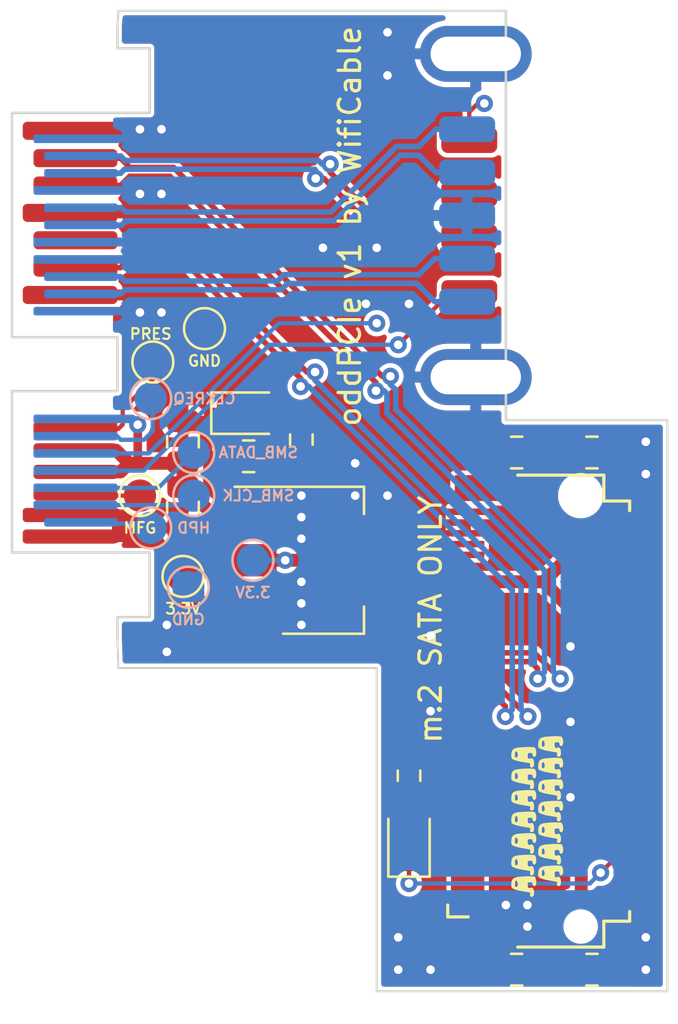
<source format=kicad_pcb>
(kicad_pcb (version 20211014) (generator pcbnew)
  (layers (0 "F.Cu" signal) (1 "In1.Cu" signal) (2 "In2.Cu" signal) (31 "B.Cu" signal) (34 "B.Paste" user) (35 "F.Paste" user) (36 "B.SilkS" user "B.Silkscreen") (37 "F.SilkS" user "F.Silkscreen") (38 "B.Mask" user) (39 "F.Mask" user) (44 "Edge.Cuts" user))
  (net 0 "")
  (net 1 "GND")
  (net 2 "Net-(D1-Pad2)")
  (net 3 "Net-(D2-Pad2)")
  (net 43 "/+3.3V")
  (net 44 "/+5V")
  (net 45 "/DAS")
  (net 46 "/A+")
  (net 47 "/A-")
  (net 48 "/B-")
  (net 49 "/B+")
  (net 50 "/REFCLK+")
  (net 51 "/REFCLK-")
  (net 52 "/PETX+")
  (net 53 "/PETX-")
  (net 54 "/PERX+")
  (net 55 "/PERX-")
  (net 56 "/WAKE#")
  (net 57 "/PERST#")
  (net 58 "/CLKREQ#")
  (net 59 "/SMB_DATA")
  (net 60 "/SMB_CLK")
  (net 61 "/HPD")
  (net 62 "/MFG")
  (net 63 "/PRES")
  (footprint "Capacitor_SMD:C_0805_2012Metric" (layer "F.Cu") (at 69.5 65.55 -90)
    (fp_text reference "C5" hide)
    (fp_text value "100nF")
    (pad "1" smd roundrect (at -0.95 0 270) (size 1 1.45) (layers "F.Cu" "F.Paste" "F.Mask") (net 44 "/+5V"))
    (pad "2" smd roundrect (at 0.95 0 270) (size 1 1.45) (layers "F.Cu" "F.Paste" "F.Mask") (net 1 "GND"))
  )
  (footprint "TestPoint:TestPoint_Pad_D1.5mm" (layer "F.Cu") (at 70.5 57.25)
    (fp_text reference "REF**" hide)
    (fp_text value "TestPoint_Pad_D1.5mm" hide)
    (pad "1" smd circle (at 0 0) (size 1.5 1.5) (layers "F.Cu" "F.Mask") (net 1 "GND"))
  )
  (footprint "Resistor_SMD:R_0603_1608Metric" (layer "F.Cu") (at 75 62.4 -90)
    (fp_text reference "R2" hide)
    (fp_text value "5K1")
    (pad "1" smd roundrect (at -0.825 0 270) (size 0.8 0.95) (layers "F.Cu" "F.Paste" "F.Mask") (net 3 "Net-(D2-Pad2)"))
    (pad "2" smd roundrect (at 0.825 0 270) (size 0.8 0.95) (layers "F.Cu" "F.Paste" "F.Mask") (net 43 "/+3.3V"))
  )
  (footprint "Diode_SMD:D_0805_2012Metric" (layer "F.Cu") (at 80 81 90)
    (fp_text reference "D1" hide)
    (fp_text value "LED")
    (pad "1" smd roundrect (at -0.9375 0 90) (size 0.975 1.4) (layers "F.Cu" "F.Paste" "F.Mask") (net 45 "/DAS"))
    (pad "2" smd roundrect (at 0.9375 0 90) (size 0.975 1.4) (layers "F.Cu" "F.Paste" "F.Mask") (net 2 "Net-(D1-Pad2)"))
  )
  (footprint "DellModuleBay:m-key" (layer "F.Cu") (at 88 75 90)
    (fp_text reference "J1")
    (fp_text value "Bus_M.2_Socket_M")
    (pad "" np_thru_hole circle (at -10 -0.025 90) (size 1.1 1.1) (drill 1.1) (layers *.Cu))
    (pad "" np_thru_hole circle (at 10 -0.025 90) (size 1.6 1.6) (drill 1.6) (layers *.Cu))
    (pad "1" smd rect (at -9.25 -5.275 90) (size 0.3 1.55) (layers "F.Cu" "F.Paste" "F.Mask") (net 1 "GND"))
    (pad "2" smd rect (at -9 2.275 90) (size 0.3 1.55) (layers "F.Cu" "F.Paste" "F.Mask") (net 43 "/+3.3V"))
    (pad "3" smd rect (at -8.75 -5.275 90) (size 0.3 1.55) (layers "F.Cu" "F.Paste" "F.Mask") (net 1 "GND"))
    (pad "4" smd rect (at -8.5 2.275 90) (size 0.3 1.55) (layers "F.Cu" "F.Paste" "F.Mask") (net 43 "/+3.3V"))
    (pad "5" smd rect (at -8.25 -5.275 90) (size 0.3 1.55) (layers "F.Cu" "F.Paste" "F.Mask"))
    (pad "6" smd rect (at -8 2.275 90) (size 0.3 1.55) (layers "F.Cu" "F.Paste" "F.Mask"))
    (pad "7" smd rect (at -7.75 -5.275 90) (size 0.3 1.55) (layers "F.Cu" "F.Paste" "F.Mask"))
    (pad "8" smd rect (at -7.5 2.275 90) (size 0.3 1.55) (layers "F.Cu" "F.Paste" "F.Mask"))
    (pad "9" smd rect (at -7.25 -5.275 90) (size 0.3 1.55) (layers "F.Cu" "F.Paste" "F.Mask") (net 1 "GND"))
    (pad "10" smd rect (at -7 2.275 90) (size 0.3 1.55) (layers "F.Cu" "F.Paste" "F.Mask") (net 45 "/DAS"))
    (pad "11" smd rect (at -6.75 -5.275 90) (size 0.3 1.55) (layers "F.Cu" "F.Paste" "F.Mask"))
    (pad "12" smd rect (at -6.5 2.275 90) (size 0.3 1.55) (layers "F.Cu" "F.Paste" "F.Mask") (net 43 "/+3.3V"))
    (pad "13" smd rect (at -6.25 -5.275 90) (size 0.3 1.55) (layers "F.Cu" "F.Paste" "F.Mask"))
    (pad "14" smd rect (at -6 2.275 90) (size 0.3 1.55) (layers "F.Cu" "F.Paste" "F.Mask") (net 43 "/+3.3V"))
    (pad "15" smd rect (at -5.75 -5.275 90) (size 0.3 1.55) (layers "F.Cu" "F.Paste" "F.Mask") (net 1 "GND"))
    (pad "16" smd rect (at -5.5 2.275 90) (size 0.3 1.55) (layers "F.Cu" "F.Paste" "F.Mask") (net 43 "/+3.3V"))
    (pad "17" smd rect (at -5.25 -5.275 90) (size 0.3 1.55) (layers "F.Cu" "F.Paste" "F.Mask"))
    (pad "18" smd rect (at -5 2.275 90) (size 0.3 1.55) (layers "F.Cu" "F.Paste" "F.Mask") (net 43 "/+3.3V"))
    (pad "19" smd rect (at -4.75 -5.275 90) (size 0.3 1.55) (layers "F.Cu" "F.Paste" "F.Mask"))
    (pad "20" smd rect (at -4.5 2.275 90) (size 0.3 1.55) (layers "F.Cu" "F.Paste" "F.Mask"))
    (pad "21" smd rect (at -4.25 -5.275 90) (size 0.3 1.55) (layers "F.Cu" "F.Paste" "F.Mask") (net 1 "GND"))
    (pad "22" smd rect (at -4 2.275 90) (size 0.3 1.55) (layers "F.Cu" "F.Paste" "F.Mask"))
    (pad "23" smd rect (at -3.75 -5.275 90) (size 0.3 1.55) (layers "F.Cu" "F.Paste" "F.Mask"))
    (pad "24" smd rect (at -3.5 2.275 90) (size 0.3 1.55) (layers "F.Cu" "F.Paste" "F.Mask"))
    (pad "25" smd rect (at -3.25 -5.275 90) (size 0.3 1.55) (layers "F.Cu" "F.Paste" "F.Mask"))
    (pad "26" smd rect (at -3 2.275 90) (size 0.3 1.55) (layers "F.Cu" "F.Paste" "F.Mask"))
    (pad "27" smd rect (at -2.75 -5.275 90) (size 0.3 1.55) (layers "F.Cu" "F.Paste" "F.Mask") (net 1 "GND"))
    (pad "28" smd rect (at -2.5 2.275 90) (size 0.3 1.55) (layers "F.Cu" "F.Paste" "F.Mask"))
    (pad "29" smd rect (at -2.25 -5.275 90) (size 0.3 1.55) (layers "F.Cu" "F.Paste" "F.Mask"))
    (pad "30" smd rect (at -2 2.275 90) (size 0.3 1.55) (layers "F.Cu" "F.Paste" "F.Mask"))
    (pad "31" smd rect (at -1.75 -5.275 90) (size 0.3 1.55) (layers "F.Cu" "F.Paste" "F.Mask"))
    (pad "32" smd rect (at -1.5 2.275 90) (size 0.3 1.55) (layers "F.Cu" "F.Paste" "F.Mask"))
    (pad "33" smd rect (at -1.25 -5.275 90) (size 0.3 1.55) (layers "F.Cu" "F.Paste" "F.Mask") (net 1 "GND"))
    (pad "34" smd rect (at -1 2.275 90) (size 0.3 1.55) (layers "F.Cu" "F.Paste" "F.Mask"))
    (pad "35" smd rect (at -0.75 -5.275 90) (size 0.3 1.55) (layers "F.Cu" "F.Paste" "F.Mask"))
    (pad "36" smd rect (at -0.5 2.275 90) (size 0.3 1.55) (layers "F.Cu" "F.Paste" "F.Mask"))
    (pad "37" smd rect (at -0.25 -5.275 90) (size 0.3 1.55) (layers "F.Cu" "F.Paste" "F.Mask"))
    (pad "38" smd rect (at 0 2.275 90) (size 0.3 1.55) (layers "F.Cu" "F.Paste" "F.Mask"))
    (pad "39" smd rect (at 0.25 -5.275 90) (size 0.3 1.55) (layers "F.Cu" "F.Paste" "F.Mask") (net 1 "GND"))
    (pad "40" smd rect (at 0.5 2.275 90) (size 0.3 1.55) (layers "F.Cu" "F.Paste" "F.Mask"))
    (pad "41" smd rect (at 0.75 -5.275 90) (size 0.3 1.55) (layers "F.Cu" "F.Paste" "F.Mask") (net 49 "/B+"))
    (pad "42" smd rect (at 1 2.275 90) (size 0.3 1.55) (layers "F.Cu" "F.Paste" "F.Mask"))
    (pad "43" smd rect (at 1.25 -5.275 90) (size 0.3 1.55) (layers "F.Cu" "F.Paste" "F.Mask") (net 48 "/B-"))
    (pad "44" smd rect (at 1.5 2.275 90) (size 0.3 1.55) (layers "F.Cu" "F.Paste" "F.Mask"))
    (pad "45" smd rect (at 1.75 -5.275 90) (size 0.3 1.55) (layers "F.Cu" "F.Paste" "F.Mask") (net 1 "GND"))
    (pad "46" smd rect (at 2 2.275 90) (size 0.3 1.55) (layers "F.Cu" "F.Paste" "F.Mask"))
    (pad "47" smd rect (at 2.25 -5.275 90) (size 0.3 1.55) (layers "F.Cu" "F.Paste" "F.Mask") (net 47 "/A-"))
    (pad "48" smd rect (at 2.5 2.275 90) (size 0.3 1.55) (layers "F.Cu" "F.Paste" "F.Mask"))
    (pad "49" smd rect (at 2.75 -5.275 90) (size 0.3 1.55) (layers "F.Cu" "F.Paste" "F.Mask") (net 46 "/A+"))
    (pad "50" smd rect (at 3 2.275 90) (size 0.3 1.55) (layers "F.Cu" "F.Paste" "F.Mask"))
    (pad "51" smd rect (at 3.25 -5.275 90) (size 0.3 1.55) (layers "F.Cu" "F.Paste" "F.Mask") (net 1 "GND"))
    (pad "52" smd rect (at 3.5 2.275 90) (size 0.3 1.55) (layers "F.Cu" "F.Paste" "F.Mask"))
    (pad "53" smd rect (at 3.75 -5.275 90) (size 0.3 1.55) (layers "F.Cu" "F.Paste" "F.Mask"))
    (pad "54" smd rect (at 4 2.275 90) (size 0.3 1.55) (layers "F.Cu" "F.Paste" "F.Mask"))
    (pad "55" smd rect (at 4.25 -5.275 90) (size 0.3 1.55) (layers "F.Cu" "F.Paste" "F.Mask"))
    (pad "56" smd rect (at 4.5 2.275 90) (size 0.3 1.55) (layers "F.Cu" "F.Paste" "F.Mask"))
    (pad "57" smd rect (at 4.75 -5.275 90) (size 0.3 1.55) (layers "F.Cu" "F.Paste" "F.Mask") (net 1 "GND"))
    (pad "58" smd rect (at 5 2.275 90) (size 0.3 1.55) (layers "F.Cu" "F.Paste" "F.Mask"))
    (pad "67" smd rect (at 7.25 -5.275 90) (size 0.3 1.55) (layers "F.Cu" "F.Paste" "F.Mask"))
    (pad "68" smd rect (at 7.5 2.275 90) (size 0.3 1.55) (layers "F.Cu" "F.Paste" "F.Mask"))
    (pad "69" smd rect (at 7.75 -5.275 90) (size 0.3 1.55) (layers "F.Cu" "F.Paste" "F.Mask"))
    (pad "70" smd rect (at 8 2.275 90) (size 0.3 1.55) (layers "F.Cu" "F.Paste" "F.Mask") (net 43 "/+3.3V"))
    (pad "71" smd rect (at 8.25 -5.275 90) (size 0.3 1.55) (layers "F.Cu" "F.Paste" "F.Mask") (net 1 "GND"))
    (pad "72" smd rect (at 8.5 2.275 90) (size 0.3 1.55) (layers "F.Cu" "F.Paste" "F.Mask") (net 43 "/+3.3V"))
    (pad "73" smd rect (at 8.75 -5.275 90) (size 0.3 1.55) (layers "F.Cu" "F.Paste" "F.Mask") (net 1 "GND"))
    (pad "74" smd rect (at 9 2.275 90) (size 0.3 1.55) (layers "F.Cu" "F.Paste" "F.Mask") (net 43 "/+3.3V"))
    (pad "75" smd rect (at 9.25 -5.275 90) (size 0.3 1.55) (layers "F.Cu" "F.Paste" "F.Mask") (net 1 "GND"))
    (pad "MP" smd rect (at 10.35 -4.5 90) (size 1.2 2.75) (layers "F.Cu" "F.Paste" "F.Mask"))
    (pad "MP" smd rect (at -10.35 -4.5 90) (size 1.2 2.75) (layers "F.Cu" "F.Paste" "F.Mask"))
  )
  (footprint "Capacitor_SMD:C_0805_2012Metric" (layer "F.Cu") (at 85 63)
    (fp_text reference "C2" hide)
    (fp_text value "100uF")
    (pad "1" smd roundrect (at -0.95 0) (size 1 1.45) (layers "F.Cu" "F.Paste" "F.Mask") (net 1 "GND"))
    (pad "2" smd roundrect (at 0.95 0) (size 1 1.45) (layers "F.Cu" "F.Paste" "F.Mask") (net 43 "/+3.3V"))
  )
  (footprint "Capacitor_SMD:C_0805_2012Metric" (layer "F.Cu") (at 72.55 63.175 180)
    (fp_text reference "C7" hide)
    (fp_text value "100nF")
    (pad "1" smd roundrect (at -0.95 0 180) (size 1 1.45) (layers "F.Cu" "F.Paste" "F.Mask") (net 43 "/+3.3V"))
    (pad "2" smd roundrect (at 0.95 0 180) (size 1 1.45) (layers "F.Cu" "F.Paste" "F.Mask") (net 1 "GND"))
  )
  (footprint "Capacitor_SMD:C_0805_2012Metric" (layer "F.Cu") (at 85 87)
    (fp_text reference "C1" hide)
    (fp_text value "100uF")
    (pad "1" smd roundrect (at -0.95 0) (size 1 1.45) (layers "F.Cu" "F.Paste" "F.Mask") (net 1 "GND"))
    (pad "2" smd roundrect (at 0.95 0) (size 1 1.45) (layers "F.Cu" "F.Paste" "F.Mask") (net 43 "/+3.3V"))
  )
  (footprint "Package_TO_SOT_SMD:SOT-223-3_TabPin2" (layer "F.Cu") (at 76 68)
    (fp_text reference "U1" hide)
    (fp_text value "AP1117-33")
    (pad "1" smd rect (at -3.15 -2.3) (size 2 1.5) (layers "F.Cu" "F.Paste" "F.Mask") (net 1 "GND"))
    (pad "2" smd rect (at -3.15 0) (size 2 1.5) (layers "F.Cu" "F.Paste" "F.Mask") (net 43 "/+3.3V"))
    (pad "2" smd rect (at 3.15 0) (size 2 3.8) (layers "F.Cu" "F.Paste" "F.Mask") (net 43 "/+3.3V"))
    (pad "3" smd rect (at -3.15 2.3) (size 2 1.5) (layers "F.Cu" "F.Paste" "F.Mask") (net 44 "/+5V"))
  )
  (footprint "DellModuleBay:susb3" (layer "F.Cu") (at 83.5 55.5 90)
    (fp_text reference "J3" hide)
    (fp_text value "USB3_A" hide)
    (fp_line (start 0 1) (end -6 1) (layer "Edge.Cuts") (width 0.12))
    (fp_line (start 13 1) (end 0 1) (layer "Edge.Cuts") (width 0.12))
    (pad "1" smd roundrect (at 7 -0.7 270) (size 1.2 2.6) (layers "F.Cu" "F.Paste" "F.Mask") (net 56 "/WAKE#"))
    (pad "2" smd roundrect (at 4.5 -0.7 90) (size 1.2 2.6) (layers "F.Cu" "F.Paste" "F.Mask") (net 50 "/REFCLK+"))
    (pad "3" smd roundrect (at 2.5 -0.7 90) (size 1.2 2.6) (layers "F.Cu" "F.Paste" "F.Mask") (net 51 "/REFCLK-"))
    (pad "4" smd roundrect (at -0.05 -0.7 90) (size 1.1 2.6) (layers "F.Cu" "F.Paste" "F.Mask") (net 57 "/PERST#"))
    (pad "5" smd roundrect (at -0.5 -0.8 90) (size 1.2 2.6) (layers "B.Cu" "B.Paste" "B.Mask") (net 55 "/PERX-"))
    (pad "6" smd roundrect (at 1.5 -0.8 90) (size 1.2 2.6) (layers "B.Cu" "B.Paste" "B.Mask") (net 54 "/PERX+"))
    (pad "7" smd roundrect (at 3.5 -0.8) (size 2.6 1.2) (layers "B.Cu" "B.Paste" "B.Mask") (net 1 "GND"))
    (pad "8" smd roundrect (at 5.5 -0.8 90) (size 1.2 2.6) (layers "B.Cu" "B.Paste" "B.Mask") (net 53 "/PETX-"))
    (pad "9" smd roundrect (at 7.5 -0.8 90) (size 1.2 2.6) (layers "B.Cu" "B.Paste" "B.Mask") (net 52 "/PETX+"))
    (pad "10" thru_hole oval (at 11 -0.4 90) (size 2.6 5.2) (drill oval 1.6 4.2) (layers *.Cu *.Mask) (net 1 "GND"))
    (pad "10" thru_hole oval (at -4 -0.4 90) (size 2.6 5.2) (drill oval 1.6 4.2) (layers *.Cu *.Mask) (net 1 "GND"))
  )
  (footprint "Capacitor_SMD:C_0805_2012Metric" (layer "F.Cu") (at 88.5 63 180)
    (fp_text reference "C3" hide)
    (fp_text value "100nF")
    (pad "1" smd roundrect (at -0.95 0 180) (size 1 1.45) (layers "F.Cu" "F.Paste" "F.Mask") (net 1 "GND"))
    (pad "2" smd roundrect (at 0.95 0 180) (size 1 1.45) (layers "F.Cu" "F.Paste" "F.Mask") (net 43 "/+3.3V"))
  )
  (footprint "Resistor_SMD:R_0603_1608Metric" (layer "F.Cu") (at 80 78 90)
    (fp_text reference "R1" hide)
    (fp_text value "5K1")
    (pad "1" smd roundrect (at -0.825 0 90) (size 0.8 0.95) (layers "F.Cu" "F.Paste" "F.Mask") (net 2 "Net-(D1-Pad2)"))
    (pad "2" smd roundrect (at 0.825 0 90) (size 0.8 0.95) (layers "F.Cu" "F.Paste" "F.Mask") (net 43 "/+3.3V"))
  )
  (footprint "Diode_SMD:D_0805_2012Metric" (layer "F.Cu") (at 72.5 61.175)
    (fp_text reference "D2" hide)
    (fp_text value "LED")
    (pad "1" smd roundrect (at -0.9375 0) (size 0.975 1.4) (layers "F.Cu" "F.Paste" "F.Mask") (net 1 "GND"))
    (pad "2" smd roundrect (at 0.9375 0) (size 0.975 1.4) (layers "F.Cu" "F.Paste" "F.Mask") (net 3 "Net-(D2-Pad2)"))
  )
  (footprint "TestPoint:TestPoint_Pad_D1.5mm" (layer "F.Cu") (at 69.5 68.75)
    (fp_text reference "REF**" hide)
    (fp_text value "TestPoint_Pad_D1.5mm" hide)
    (pad "1" smd circle (at 0 0) (size 1.5 1.5) (layers "F.Cu" "F.Mask") (net 43 "/+3.3V"))
  )
  (footprint "Capacitor_SMD:C_0805_2012Metric" (layer "F.Cu") (at 88.5 87 180)
    (fp_text reference "C6" hide)
    (fp_text value "100nF")
    (pad "1" smd roundrect (at -0.95 0 180) (size 1 1.45) (layers "F.Cu" "F.Paste" "F.Mask") (net 1 "GND"))
    (pad "2" smd roundrect (at 0.95 0 180) (size 1 1.45) (layers "F.Cu" "F.Paste" "F.Mask") (net 43 "/+3.3V"))
  )
  (footprint "Capacitor_SMD:C_0805_2012Metric" (layer "F.Cu") (at 69.5 62.5 90)
    (fp_text reference "C4" hide)
    (fp_text value "100nF")
    (pad "1" smd roundrect (at -0.95 0 90) (size 1 1.45) (layers "F.Cu" "F.Paste" "F.Mask") (net 44 "/+5V"))
    (pad "2" smd roundrect (at 0.95 0 90) (size 1 1.45) (layers "F.Cu" "F.Paste" "F.Mask") (net 1 "GND"))
  )
  (footprint "DellModuleBay:OddPCIe" (layer "F.Cu") (at 68.255 60.9 90)
    (fp_text reference "J2" hide)
    (fp_text value "OddPCIe")
    (fp_line (start 16.66 -0.3) (end 16.66 -1.8) (layer "Edge.Cuts") (width 0.12))
    (fp_line (start -6.74 -1.8) (end -6.74 -6.7) (layer "Edge.Cuts") (width 0.12))
    (fp_line (start 3.25 -6.7) (end 13.66 -6.7) (layer "Edge.Cuts") (width 0.12))
    (fp_line (start 17.7 -1.8) (end 16.66 -1.8) (layer "Edge.Cuts") (width 0.12))
    (fp_line (start -6.74 -1.8) (end -6.74 -0.3) (layer "Edge.Cuts") (width 0.12))
    (fp_line (start 3.25 -1.8) (end 3.25 -6.7) (layer "Edge.Cuts") (width 0.12))
    (fp_line (start 13.66 -6.7) (end 13.66 -1.8) (layer "Edge.Cuts") (width 0.12))
    (fp_line (start -9.74 -1.8) (end -10.8 -1.8) (layer "Edge.Cuts") (width 0.12))
    (fp_line (start 13.66 -1.8) (end 13.66 -0.3) (layer "Edge.Cuts") (width 0.12))
    (fp_line (start 0.75 -6.7) (end 0.75 -1.8) (layer "Edge.Cuts") (width 0.12))
    (fp_line (start 0.75 -6.7) (end -6.74 -6.7) (layer "Edge.Cuts") (width 0.12))
    (fp_line (start 3.25 -1.8) (end 0.75 -1.8) (layer "Edge.Cuts") (width 0.12))
    (fp_line (start -6.74 -0.3) (end -9.74 -0.3) (layer "Edge.Cuts") (width 0.12))
    (fp_line (start 13.66 -0.3) (end 16.66 -0.3) (layer "Edge.Cuts") (width 0.12))
    (fp_line (start -9.74 -0.3) (end -9.74 -1.8) (layer "Edge.Cuts") (width 0.12))
    (pad "#1" smd roundrect (at 12.46 -3.75 180) (size 3.9 0.4) (layers "B.Cu" "B.Paste" "B.Mask") (net 1 "GND"))
    (pad "#2" smd roundrect (at 11.66 -3.5 180) (size 3.4 0.4) (layers "B.Cu" "B.Paste" "B.Mask") (net 50 "/REFCLK+"))
    (pad "#3" smd roundrect (at 10.86 -3.5 180) (size 3.4 0.4) (layers "B.Cu" "B.Paste" "B.Mask") (net 51 "/REFCLK-"))
    (pad "#4" smd roundrect (at 10.06 -3.75 180) (size 3.9 0.4) (layers "B.Cu" "B.Paste" "B.Mask") (net 1 "GND"))
    (pad "#5" smd roundrect (at 9.26 -3.5 180) (size 3.4 0.4) (layers "B.Cu" "B.Paste" "B.Mask") (net 52 "/PETX+"))
    (pad "#6" smd roundrect (at 8.46 -3.5 180) (size 3.4 0.4) (layers "B.Cu" "B.Paste" "B.Mask") (net 53 "/PETX-"))
    (pad "#7" smd roundrect (at 7.66 -3.75 180) (size 3.9 0.4) (layers "B.Cu" "B.Paste" "B.Mask") (net 1 "GND"))
    (pad "#8" smd roundrect (at 6.86 -3.75 180) (size 3.9 0.4) (layers "B.Cu" "B.Paste" "B.Mask") (net 1 "GND"))
    (pad "#9" smd roundrect (at 6.06 -3.5 180) (size 3.4 0.4) (layers "B.Cu" "B.Paste" "B.Mask") (net 54 "/PERX+"))
    (pad "#10" smd roundrect (at 5.26 -3.5 180) (size 3.4 0.4) (layers "B.Cu" "B.Paste" "B.Mask") (net 55 "/PERX-"))
    (pad "#11" smd roundrect (at 4.46 -3.75 180) (size 3.9 0.4) (layers "B.Cu" "B.Paste" "B.Mask") (net 1 "GND"))
    (pad "#12" smd roundrect (at -0.54 -3.75 180) (size 3.9 0.4) (layers "B.Cu" "B.Paste" "B.Mask") (net 44 "/+5V"))
    (pad "#13" smd roundrect (at -1.34 -3.75 180) (size 3.9 0.4) (layers "B.Cu" "B.Paste" "B.Mask") (net 58 "/CLKREQ#"))
    (pad "#14" smd roundrect (at -2.14 -3.75 180) (size 3.9 0.4) (layers "B.Cu" "B.Paste" "B.Mask") (net 56 "/WAKE#"))
    (pad "#15" smd roundrect (at -2.94 -3.75 180) (size 3.9 0.4) (layers "B.Cu" "B.Paste" "B.Mask") (net 57 "/PERST#"))
    (pad "#16" smd roundrect (at -3.74 -3.75 180) (size 3.9 0.4) (layers "B.Cu" "B.Paste" "B.Mask") (net 59 "/SMB_DATA"))
    (pad "#17" smd roundrect (at -4.54 -3.75 180) (size 3.9 0.4) (layers "B.Cu" "B.Paste" "B.Mask") (net 60 "/SMB_CLK"))
    (pad "#18" smd roundrect (at -5.34 -3.5 180) (size 3.4 0.4) (layers "B.Cu" "B.Paste" "B.Mask") (net 61 "/HPD"))
    (pad "P1" smd roundrect (at -1 -3.75) (size 3.9 0.66) (layers "F.Cu" "F.Paste" "F.Mask") (net 63 "/PRES"))
    (pad "P2" smd roundrect (at -2 -3.75) (size 3.9 0.66) (layers "F.Cu" "F.Paste" "F.Mask") (net 44 "/+5V"))
    (pad "P3" smd roundrect (at -3 -3.75) (size 3.9 0.66) (layers "F.Cu" "F.Paste" "F.Mask") (net 44 "/+5V"))
    (pad "P4" smd roundrect (at -4 -3.75) (size 3.9 0.66) (layers "F.Cu" "F.Paste" "F.Mask") (net 62 "/MFG"))
    (pad "P5" smd roundrect (at -5 -4) (size 4.4 0.66) (layers "F.Cu" "F.Paste" "F.Mask") (net 1 "GND"))
    (pad "P6" smd roundrect (at -6 -4) (size 4.4 0.66) (layers "F.Cu" "F.Paste" "F.Mask") (net 1 "GND"))
    (pad "S1" smd roundrect (at 12.83 -4 180) (size 4.4 0.84) (layers "F.Cu" "F.Paste" "F.Mask") (net 1 "GND"))
    (pad "S2" smd roundrect (at 11.56 -3.75 180) (size 3.9 0.84) (layers "F.Cu" "F.Paste" "F.Mask") (net 46 "/A+"))
    (pad "S3" smd roundrect (at 10.29 -3.75 180) (size 3.9 0.84) (layers "F.Cu" "F.Paste" "F.Mask") (net 47 "/A-"))
    (pad "S4" smd roundrect (at 9.02 -4 180) (size 4.4 0.84) (layers "F.Cu" "F.Paste" "F.Mask") (net 1 "GND"))
    (pad "S5" smd roundrect (at 7.75 -3.75 180) (size 3.9 0.84) (layers "F.Cu" "F.Paste" "F.Mask") (net 48 "/B-"))
    (pad "S6" smd roundrect (at 6.48 -3.75 180) (size 3.9 0.84) (layers "F.Cu" "F.Paste" "F.Mask") (net 49 "/B+"))
    (pad "S7" smd roundrect (at 5.21 -4 180) (size 4.4 0.84) (layers "F.Cu" "F.Paste" "F.Mask") (net 1 "GND"))
  )
  (footprint "TestPoint:TestPoint_Pad_D1.5mm" (layer "F.Cu") (at 67.5 65)
    (fp_text reference "TP2" hide)
    (fp_text value "MFG")
    (pad "1" smd circle (at 0 0) (size 1.5 1.5) (layers "F.Cu" "F.Mask") (net 62 "/MFG"))
  )
  (footprint "TestPoint:TestPoint_Pad_D1.5mm" (layer "F.Cu") (at 68.1 58.8)
    (fp_text reference "TP1" hide)
    (fp_text value "PRES")
    (pad "1" smd circle (at 0 0) (size 1.5 1.5) (layers "F.Cu" "F.Mask") (net 63 "/PRES"))
  )
  (footprint "DellModuleBay:amogus" (layer "B.Cu") (at 85.25 82 -90)
    (fp_text reference "G***" hide)
    (fp_text value "LOGO" hide)
  )
  (footprint "TestPoint:TestPoint_Pad_D1.5mm" (layer "B.Cu") (at 68 66.5 180)
    (fp_text reference "TP3" hide)
    (fp_text value "HPD")
    (pad "1" smd circle (at 0 0 180) (size 1.5 1.5) (layers "B.Cu" "B.Mask") (net 61 "/HPD"))
  )
  (footprint "DellModuleBay:amogus" (layer "B.Cu") (at 85.25 81 -90)
    (fp_text reference "G***" hide)
    (fp_text value "LOGO" hide)
  )
  (footprint "DellModuleBay:amogus" (layer "B.Cu") (at 86.5 81.5 -90)
    (fp_text reference "G***" hide)
    (fp_text value "LOGO" hide)
  )
  (footprint "TestPoint:TestPoint_Pad_D1.5mm" (layer "B.Cu") (at 68 60.5 180)
    (fp_text reference "TP6" hide)
    (fp_text value "CLKREQ#")
    (pad "1" smd circle (at 0 0 180) (size 1.5 1.5) (layers "B.Cu" "B.Mask") (net 58 "/CLKREQ#"))
  )
  (footprint "TestPoint:TestPoint_Pad_D1.5mm" (layer "B.Cu") (at 70 63 180)
    (fp_text reference "TP5" hide)
    (fp_text value "SMB_DATA")
    (pad "1" smd circle (at 0 0 180) (size 1.5 1.5) (layers "B.Cu" "B.Mask") (net 59 "/SMB_DATA"))
  )
  (footprint "DellModuleBay:amogus" (layer "B.Cu") (at 86.5 78.5 -90)
    (fp_text reference "G***" hide)
    (fp_text value "LOGO" hide)
  )
  (footprint "DellModuleBay:amogus" (layer "B.Cu") (at 86.5 77.5 -90)
    (fp_text reference "G***" hide)
    (fp_text value "LOGO" hide)
  )
  (footprint "DellModuleBay:amogus" (layer "B.Cu") (at 85.25 80 -90)
    (fp_text reference "G***" hide)
    (fp_text value "LOGO" hide)
  )
  (footprint "TestPoint:TestPoint_Pad_D1.5mm" (layer "B.Cu") (at 72.75 68 180)
    (fp_text reference "REF**" hide)
    (fp_text value "TestPoint_Pad_D1.5mm" hide)
    (pad "1" smd circle (at 0 0 180) (size 1.5 1.5) (layers "B.Cu" "B.Mask") (net 43 "/+3.3V"))
  )
  (footprint "DellModuleBay:amogus" (layer "B.Cu") (at 86.5 76.5 -90)
    (fp_text reference "G***" hide)
    (fp_text value "LOGO" hide)
  )
  (footprint "DellModuleBay:amogus" (layer "B.Cu") (at 86.5 80.5 -90)
    (fp_text reference "G***" hide)
    (fp_text value "LOGO" hide)
  )
  (footprint "TestPoint:TestPoint_Pad_D1.5mm" (layer "B.Cu") (at 70 65 180)
    (fp_text reference "TP4" hide)
    (fp_text value "SMB_CLK")
    (pad "1" smd circle (at 0 0 180) (size 1.5 1.5) (layers "B.Cu" "B.Mask") (net 60 "/SMB_CLK"))
  )
  (footprint "DellModuleBay:amogus" (layer "B.Cu") (at 85.25 83 -90)
    (fp_text reference "G***" hide)
    (fp_text value "LOGO" hide)
  )
  (footprint "DellModuleBay:amogus" (layer "B.Cu") (at 85.25 77 -90)
    (fp_text reference "G***" hide)
    (fp_text value "LOGO" hide)
  )
  (footprint "DellModuleBay:amogus" (layer "B.Cu") (at 85.25 79 -90)
    (fp_text reference "G***" hide)
    (fp_text value "LOGO" hide)
  )
  (footprint "DellModuleBay:amogus" (layer "B.Cu") (at 86.5 79.5 -90)
    (fp_text reference "G***" hide)
    (fp_text value "LOGO" hide)
  )
  (footprint "DellModuleBay:amogus" (layer "B.Cu") (at 85.25 78 -90)
    (fp_text reference "G***" hide)
    (fp_text value "LOGO" hide)
  )
  (footprint "TestPoint:TestPoint_Pad_D1.5mm" (layer "B.Cu") (at 69.75 69.25 180)
    (fp_text reference "REF**" hide)
    (fp_text value "TestPoint_Pad_D1.5mm" hide)
    (pad "1" smd circle (at 0 0 180) (size 1.5 1.5) (layers "B.Cu" "B.Mask") (net 1 "GND"))
  )
  (footprint "DellModuleBay:amogus" (layer "B.Cu") (at 86.5 82.5 -90)
    (fp_text reference "G***" hide)
    (fp_text value "LOGO" hide)
  )
  (gr_line (start 92 88) (end 92 87.5) (layer "Edge.Cuts") (width 0.1))
  (gr_line (start 66.455 43.2) (end 66.5 42.5) (layer "Edge.Cuts") (width 0.1))
  (gr_line (start 78.5 73) (end 66.5 73) (layer "Edge.Cuts") (width 0.1))
  (gr_line (start 92 88) (end 78.5 88) (layer "Edge.Cuts") (width 0.1))
  (gr_line (start 78.5 87.5) (end 78.5 73) (layer "Edge.Cuts") (width 0.1))
  (gr_line (start 84.5 42.5) (end 66.5 42.5) (layer "Edge.Cuts") (width 0.1))
  (gr_line (start 92 61.5) (end 84.5 61.5) (layer "Edge.Cuts") (width 0.1))
  (gr_line (start 66.5 73) (end 66.455 71.7) (layer "Edge.Cuts") (width 0.1))
  (gr_line (start 78.5 88) (end 78.5 87.5) (layer "Edge.Cuts") (width 0.1))
  (gr_line (start 92 61.5) (end 92 87.5) (layer "Edge.Cuts") (width 0.1))
  (gr_text "3.3V" (at 72.75 69.5) (layer "B.SilkS") (effects (font (size 0.5 0.5) (thickness 0.1)) (justify mirror)))
  (gr_text "SMB_CLK" (at 73 65) (layer "B.SilkS") (effects (font (size 0.5 0.5) (thickness 0.1)) (justify mirror)))
  (gr_text "GND" (at 69.75 70.75) (layer "B.SilkS") (effects (font (size 0.5 0.5) (thickness 0.1)) (justify mirror)))
  (gr_text "HPD" (at 70 66.5) (layer "B.SilkS") (effects (font (size 0.5 0.5) (thickness 0.1)) (justify mirror)))
  (gr_text "SMB_DATA" (at 73 63) (layer "B.SilkS") (effects (font (size 0.5 0.5) (thickness 0.1)) (justify mirror)))
  (gr_text "CLKREQ" (at 70.5 60.5) (layer "B.SilkS") (effects (font (size 0.5 0.5) (thickness 0.1)) (justify mirror)))
  (gr_text "m.2 SATA ONLY" (at 81 70.75 90) (layer "F.SilkS") (effects (font (size 1 1))))
  (gr_text "MFG" (at 67.5 66.5) (layer "F.SilkS") (effects (font (size 0.5 0.5) (thickness 0.1))))
  (gr_text "PRES" (at 68 57.5) (layer "F.SilkS") (effects (font (size 0.5 0.5) (thickness 0.1))))
  (gr_text "3.3V" (at 69.5 70.25) (layer "F.SilkS") (effects (font (size 0.5 0.5) (thickness 0.1))))
  (gr_text "GND" (at 70.5 58.75) (layer "F.SilkS") (effects (font (size 0.5 0.5) (thickness 0.1))))
  (gr_text "oddPCIe v1 by WifiCable" (at 77.25 52.5 90) (layer "F.SilkS") (effects (font (size 1 1))))
  (segment (start 66.5 66) (end 66.5 66.75) (width 0.6) (layer "F.Cu") (net 1))
  (segment (start 64.255 65.9) (end 66.4 65.9) (width 0.6) (layer "F.Cu") (net 1))
  (segment (start 66.35 66.9) (end 64.255 66.9) (width 0.6) (layer "F.Cu") (net 1))
  (segment (start 66.5 66.75) (end 66.35 66.9) (width 0.6) (layer "F.Cu") (net 1))
  (segment (start 66.4 65.9) (end 66.5 66) (width 0.6) (layer "F.Cu") (net 1))
  (via (at 81 87) (size 0.8) (drill 0.4) (layers "F.Cu" "B.Cu") (net 1))
  (via (at 76 53.5) (size 0.8) (drill 0.4) (layers "F.Cu" "B.Cu") (net 1))
  (via (at 68.75 72.25) (size 0.8) (drill 0.4) (layers "F.Cu" "B.Cu") (net 1))
  (via (at 79 65) (size 0.8) (drill 0.4) (layers "F.Cu" "B.Cu") (net 1))
  (via (at 84.5 84) (size 0.8) (drill 0.4) (layers "F.Cu" "B.Cu") (net 1))
  (via (at 91 87) (size 0.8) (drill 0.4) (layers "F.Cu" "B.Cu") (net 1))
  (via (at 77.5 63.5) (size 0.8) (drill 0.4) (layers "F.Cu" "B.Cu") (net 1))
  (via (at 75 71) (size 0.8) (drill 0.4) (layers "F.Cu" "B.Cu") (net 1))
  (via (at 79.5 87) (size 0.8) (drill 0.4) (layers "F.Cu" "B.Cu") (net 1))
  (via (at 75 67) (size 0.8) (drill 0.4) (layers "F.Cu" "B.Cu") (net 1))
  (via (at 78.5 53.5) (size 0.8) (drill 0.4) (layers "F.Cu" "B.Cu") (net 1))
  (via (at 79.5 85.5) (size 0.8) (drill 0.4) (layers "F.Cu" "B.Cu") (net 1))
  (via (at 75 70) (size 0.8) (drill 0.4) (layers "F.Cu" "B.Cu") (net 1))
  (via (at 78 56.1) (size 0.8) (drill 0.4) (layers "F.Cu" "B.Cu") (net 1))
  (via (at 85.5 85) (size 0.8) (drill 0.4) (layers "F.Cu" "B.Cu") (net 1))
  (via (at 68.5 56.5) (size 0.8) (drill 0.4) (layers "F.Cu" "B.Cu") (net 1))
  (via (at 75 65) (size 0.8) (drill 0.4) (layers "F.Cu" "B.Cu") (net 1))
  (via (at 68.5 48) (size 0.8) (drill 0.4) (layers "F.Cu" "B.Cu") (net 1))
  (via (at 79 43.5) (size 0.8) (drill 0.4) (layers "F.Cu" "B.Cu") (net 1))
  (via (at 87.5 72) (size 0.8) (drill 0.4) (layers "F.Cu" "B.Cu") (net 1))
  (via (at 91 85.5) (size 0.8) (drill 0.4) (layers "F.Cu" "B.Cu") (net 1))
  (via (at 91 64) (size 0.8) (drill 0.4) (layers "F.Cu" "B.Cu") (net 1))
  (via (at 81 75) (size 0.8) (drill 0.4) (layers "F.Cu" "B.Cu") (net 1))
  (via (at 77.5 65) (size 0.8) (drill 0.4) (layers "F.Cu" "B.Cu") (net 1))
  (via (at 80 56.1) (size 0.8) (drill 0.4) (layers "F.Cu" "B.Cu") (net 1))
  (via (at 85.5 84) (size 0.8) (drill 0.4) (layers "F.Cu" "B.Cu") (net 1))
  (via (at 87.5 79) (size 0.8) (drill 0.4) (layers "F.Cu" "B.Cu") (net 1))
  (via (at 81 71.5) (size 0.8) (drill 0.4) (layers "F.Cu" "B.Cu") (net 1))
  (via (at 79 45.5) (size 0.8) (drill 0.4) (layers "F.Cu" "B.Cu") (net 1))
  (via (at 68.75 71) (size 0.8) (drill 0.4) (layers "F.Cu" "B.Cu") (net 1))
  (via (at 91 62.5) (size 0.8) (drill 0.4) (layers "F.Cu" "B.Cu") (net 1))
  (via (at 67.5 56.5) (size 0.8) (drill 0.4) (layers "F.Cu" "B.Cu") (net 1))
  (via (at 67.5 51) (size 0.8) (drill 0.4) (layers "F.Cu" "B.Cu") (net 1))
  (via (at 87.5 75.5) (size 0.8) (drill 0.4) (layers "F.Cu" "B.Cu") (net 1))
  (via (at 68.5 51) (size 0.8) (drill 0.4) (layers "F.Cu" "B.Cu") (net 1))
  (via (at 75 66) (size 0.8) (drill 0.4) (layers "F.Cu" "B.Cu") (net 1))
  (via (at 67.5 48) (size 0.8) (drill 0.4) (layers "F.Cu" "B.Cu") (net 1))
  (via (at 75 69) (size 0.8) (drill 0.4) (layers "F.Cu" "B.Cu") (net 1))
  (segment (start 80 80.0625) (end 80 78.825) (width 0.2) (layer "F.Cu") (net 2))
  (segment (start 74.6 61.175) (end 75 61.575) (width 0.2) (layer "F.Cu") (net 3))
  (segment (start 73.6125 61.35) (end 73.4375 61.175) (width 0.2) (layer "F.Cu") (net 3))
  (segment (start 73.4375 61.175) (end 74.6 61.175) (width 0.2) (layer "F.Cu") (net 3))
  (segment (start 80 68.85) (end 79.15 68) (width 0.2) (layer "F.Cu") (net 43))
  (segment (start 88.5 71.25) (end 88.5 80) (width 0.6) (layer "F.Cu") (net 43))
  (segment (start 78 68) (end 79.15 68) (width 0.6) (layer "F.Cu") (net 43))
  (segment (start 74.475 63.175) (end 73.5 63.175) (width 0.6) (layer "F.Cu") (net 43))
  (segment (start 76 68) (end 76 64.7) (width 0.6) (layer "F.Cu") (net 43))
  (segment (start 86.875479 86.325479) (end 86.875479 84.374521) (width 0.6) (layer "F.Cu") (net 43))
  (segment (start 90.275 84) (end 88.25 84) (width 0.2) (layer "F.Cu") (net 43))
  (segment (start 86.625479 63.924521) (end 87.55 63) (width 0.6) (layer "F.Cu") (net 43))
  (segment (start 86.625479 65.558991) (end 86.625479 63.924521) (width 0.6) (layer "F.Cu") (net 43))
  (segment (start 87.566488 66.5) (end 86.625479 65.558991) (width 0.6) (layer "F.Cu") (net 43))
  (segment (start 72.85 68) (end 74.25 68) (width 0.6) (layer "F.Cu") (net 43))
  (segment (start 78 68) (end 80.75 68) (width 0.6) (layer "F.Cu") (net 43))
  (segment (start 88.75 66.5) (end 87.566488 66.5) (width 0.6) (layer "F.Cu") (net 43))
  (segment (start 90.275 80.5) (end 88.5 80.5) (width 0.2) (layer "F.Cu") (net 43))
  (segment (start 75.25 72) (end 71 72) (width 0.25) (layer "F.Cu") (net 43))
  (segment (start 88.5 81) (end 88.5 81.5) (width 0.6) (layer "F.Cu") (net 43))
  (segment (start 76 71.25) (end 75.25 72) (width 0.25) (layer "F.Cu") (net 43))
  (segment (start 69.5 70.5) (end 69.5 68.75) (width 0.25) (layer "F.Cu") (net 43))
  (segment (start 86.875479 86.325479) (end 86.624521 86.325479) (width 0.6) (layer "F.Cu") (net 43))
  (segment (start 88.25 83.5) (end 88 83.75) (width 0.2) (layer "F.Cu") (net 43))
  (segment (start 80 77.175) (end 80 68.85) (width 0.2) (layer "F.Cu") (net 43))
  (segment (start 86.624521 86.325479) (end 85.95 87) (width 0.6) (layer "F.Cu") (net 43))
  (segment (start 87.924511 83.674511) (end 88 83.75) (width 0.6) (layer "F.Cu") (net 43))
  (segment (start 89.25 67) (end 88.75 66.5) (width 0.2) (layer "F.Cu") (net 43))
  (segment (start 86.625479 63.675479) (end 85.95 63) (width 0.6) (layer "F.Cu") (net 43))
  (segment (start 88 82) (end 88 83.75) (width 0.6) (layer "F.Cu") (net 43))
  (segment (start 90.275 81) (end 88.5 81) (width 0.2) (layer "F.Cu") (net 43))
  (segment (start 88.5 81.5) (end 88 82) (width 0.6) (layer "F.Cu") (net 43))
  (segment (start 88.25 84) (end 88 83.75) (width 0.2) (layer "F.Cu") (net 43))
  (segment (start 88.5 80) (end 88.5 80.5) (width 0.6) (layer "F.Cu") (net 43))
  (segment (start 90.275 66) (end 89.25 66) (width 0.2) (layer "F.Cu") (net 43))
  (segment (start 74.95 63.175) (end 75 63.225) (width 0.6) (layer "F.Cu") (net 43))
  (segment (start 86.25 69) (end 88.5 71.25) (width 0.6) (layer "F.Cu") (net 43))
  (segment (start 71 72) (end 69.5 70.5) (width 0.25) (layer "F.Cu") (net 43))
  (segment (start 76 64.7) (end 74.475 63.175) (width 0.6) (layer "F.Cu") (net 43))
  (segment (start 90.275 66.5) (end 88.75 66.5) (width 0.2) (layer "F.Cu") (net 43))
  (segment (start 88.5 80.5) (end 88.5 81) (width 0.6) (layer "F.Cu") (net 43))
  (segment (start 90.275 67) (end 89.25 67) (width 0.2) (layer "F.Cu") (net 43))
  (segment (start 87.5 83.75) (end 88 83.75) (width 0.6) (layer "F.Cu") (net 43))
  (segment (start 86.875479 84.374521) (end 87.5 83.75) (width 0.6) (layer "F.Cu") (net 43))
  (segment (start 90.275 81.5) (end 88.5 81.5) (width 0.2) (layer "F.Cu") (net 43))
  (segment (start 74.25 68) (end 76 68) (width 0.6) (layer "F.Cu") (net 43))
  (segment (start 81.75 69) (end 86.25 69) (width 0.6) (layer "F.Cu") (net 43))
  (segment (start 76 68) (end 78 68) (width 0.6) (layer "F.Cu") (net 43))
  (segment (start 86.625479 63.924521) (end 86.625479 63.675479) (width 0.6) (layer "F.Cu") (net 43))
  (segment (start 86.25 69) (end 88.75 66.5) (width 0.6) (layer "F.Cu") (net 43))
  (segment (start 80.75 68) (end 81.75 69) (width 0.6) (layer "F.Cu") (net 43))
  (segment (start 87.55 87) (end 86.875479 86.325479) (width 0.6) (layer "F.Cu") (net 43))
  (segment (start 76 68) (end 76 71.25) (width 0.25) (layer "F.Cu") (net 43))
  (segment (start 90.275 83.5) (end 88.25 83.5) (width 0.2) (layer "F.Cu") (net 43))
  (segment (start 89.25 66) (end 88.75 66.5) (width 0.2) (layer "F.Cu") (net 43))
  (segment (start 73.5 63.175) (end 74.95 63.175) (width 0.6) (layer "F.Cu") (net 43))
  (segment (start 90.275 80) (end 88.5 80) (width 0.2) (layer "F.Cu") (net 43))
  (via (at 74.25 68) (size 0.8) (drill 0.4) (layers "F.Cu" "B.Cu") (net 43))
  (segment (start 74.25 68) (end 72.75 68) (width 0.25) (layer "B.Cu") (net 43))
  (segment (start 71 70) (end 71.3 70.3) (width 0.6) (layer "F.Cu") (net 44))
  (segment (start 67 63.5) (end 67.3 63.5) (width 0.6) (layer "F.Cu") (net 44))
  (segment (start 69.6 64.6) (end 71 66) (width 0.6) (layer "F.Cu") (net 44))
  (segment (start 64.505 62.9) (end 66.4 62.9) (width 0.6) (layer "F.Cu") (net 44))
  (segment (start 67 63.5) (end 66.6 63.9) (width 0.6) (layer "F.Cu") (net 44))
  (segment (start 67.444622 63.355378) (end 67.3 63.5) (width 0.2) (layer "F.Cu") (net 44))
  (segment (start 66.4 62.9) (end 67 63.5) (width 0.6) (layer "F.Cu") (net 44))
  (segment (start 69.5 63.45) (end 69.5 64.6) (width 0.6) (layer "F.Cu") (net 44))
  (segment (start 71 66) (end 71 70) (width 0.6) (layer "F.Cu") (net 44))
  (segment (start 67.399449 61.708508) (end 67.399449 63.400551) (width 0.4) (layer "F.Cu") (net 44))
  (segment (start 66.6 63.9) (end 64.505 63.9) (width 0.6) (layer "F.Cu") (net 44))
  (segment (start 71.3 70.3) (end 72.85 70.3) (width 0.6) (layer "F.Cu") (net 44))
  (segment (start 67.399449 63.400551) (end 67.3 63.5) (width 0.4) (layer "F.Cu") (net 44))
  (segment (start 69.5 64.6) (end 69.6 64.6) (width 0.6) (layer "F.Cu") (net 44))
  (segment (start 67.3 63.5) (end 69.45 63.5) (width 0.6) (layer "F.Cu") (net 44))
  (segment (start 69.45 63.5) (end 69.5 63.45) (width 0.6) (layer "F.Cu") (net 44))
  (via (at 67.399449 61.708508) (size 0.8) (drill 0.4) (layers "F.Cu" "B.Cu") (net 44))
  (segment (start 67.130941 61.44) (end 67.399449 61.708508) (width 0.4) (layer "B.Cu") (net 44))
  (segment (start 64.505 61.44) (end 67.130941 61.44) (width 0.4) (layer "B.Cu") (net 44))
  (segment (start 89.400498 82) (end 90.275 82) (width 0.2) (layer "F.Cu") (net 45))
  (segment (start 88.900498 82.5) (end 89.400498 82) (width 0.2) (layer "F.Cu") (net 45))
  (segment (start 80 81.9375) (end 80 83) (width 0.2) (layer "F.Cu") (net 45))
  (via (at 88.900498 82.5) (size 0.8) (drill 0.4) (layers "F.Cu" "B.Cu") (net 45))
  (via (at 80 83) (size 0.8) (drill 0.4) (layers "F.Cu" "B.Cu") (net 45))
  (segment (start 88 83) (end 88.400498 83) (width 0.2) (layer "B.Cu") (net 45))
  (segment (start 88.400498 83) (end 88.900498 82.5) (width 0.2) (layer "B.Cu") (net 45))
  (segment (start 80 83) (end 88 83) (width 0.2) (layer "B.Cu") (net 45))
  (segment (start 64.505 49.34) (end 66.6 49.34) (width 0.26) (layer "F.Cu") (net 46))
  (segment (start 87.025 73.5) (end 85.82 72.295) (width 0.26) (layer "F.Cu") (net 46))
  (segment (start 69.059914 49.77) (end 78.754038 59.464124) (width 0.26) (layer "F.Cu") (net 46))
  (segment (start 85.82 72.295) (end 83.932501 72.295) (width 0.26) (layer "F.Cu") (net 46))
  (segment (start 67.03 49.77) (end 69.059914 49.77) (width 0.26) (layer "F.Cu") (net 46))
  (segment (start 78.754038 59.464124) (end 79.135876 59.464124) (width 0.26) (layer "F.Cu") (net 46))
  (segment (start 83.932501 72.295) (end 83.887501 72.25) (width 0.26) (layer "F.Cu") (net 46))
  (segment (start 83.887501 72.25) (end 82.725 72.25) (width 0.26) (layer "F.Cu") (net 46))
  (segment (start 67.03 49.77) (end 66.6 49.34) (width 0.26) (layer "F.Cu") (net 46))
  (via (at 87.025 73.5) (size 0.8) (drill 0.4) (layers "F.Cu" "B.Cu") (net 46))
  (via (at 79.135876 59.464124) (size 0.8) (drill 0.4) (layers "F.Cu" "B.Cu") (net 46))
  (segment (start 79.135876 59.464124) (end 79.135876 59.845962) (width 0.26) (layer "B.Cu") (net 46))
  (segment (start 79.135876 59.845962) (end 79.38356 60.093646) (width 0.26) (layer "B.Cu") (net 46))
  (segment (start 79.38356 60.093646) (end 79.38356 60.993646) (width 0.26) (layer "B.Cu") (net 46))
  (segment (start 79.38356 60.993646) (end 86.705 68.315086) (width 0.26) (layer "B.Cu") (net 46))
  (segment (start 86.705 68.315086) (end 86.705 73.18) (width 0.26) (layer "B.Cu") (net 46))
  (segment (start 86.705 73.18) (end 87.025 73.5) (width 0.26) (layer "B.Cu") (net 46))
  (segment (start 85.975 73.029828) (end 85.650172 72.705) (width 0.26) (layer "F.Cu") (net 47))
  (segment (start 85.650172 72.705) (end 83.932501 72.705) (width 0.26) (layer "F.Cu") (net 47))
  (segment (start 83.932501 72.705) (end 83.887501 72.75) (width 0.26) (layer "F.Cu") (net 47))
  (segment (start 78.464124 59.754038) (end 78.464124 60.135876) (width 0.26) (layer "F.Cu") (net 47))
  (segment (start 68.890086 50.18) (end 78.464124 59.754038) (width 0.26) (layer "F.Cu") (net 47))
  (segment (start 83.887501 72.75) (end 82.725 72.75) (width 0.26) (layer "F.Cu") (net 47))
  (segment (start 67.03 50.18) (end 68.890086 50.18) (width 0.26) (layer "F.Cu") (net 47))
  (segment (start 64.505 50.61) (end 66.6 50.61) (width 0.26) (layer "F.Cu") (net 47))
  (segment (start 67.03 50.18) (end 66.6 50.61) (width 0.26) (layer "F.Cu") (net 47))
  (segment (start 85.975 73.5) (end 85.975 73.029828) (width 0.26) (layer "F.Cu") (net 47))
  (via (at 78.464124 60.135876) (size 0.8) (drill 0.4) (layers "F.Cu" "B.Cu") (net 47))
  (via (at 85.975 73.5) (size 0.8) (drill 0.4) (layers "F.Cu" "B.Cu") (net 47))
  (segment (start 86.295 73.18) (end 85.975 73.5) (width 0.26) (layer "B.Cu") (net 47))
  (segment (start 78.97356 61.163474) (end 86.295 68.484914) (width 0.26) (layer "B.Cu") (net 47))
  (segment (start 78.464124 60.135876) (end 78.845962 60.135876) (width 0.26) (layer "B.Cu") (net 47))
  (segment (start 86.295 68.484914) (end 86.295 73.18) (width 0.26) (layer "B.Cu") (net 47))
  (segment (start 78.97356 60.263474) (end 78.97356 61.163474) (width 0.26) (layer "B.Cu") (net 47))
  (segment (start 78.845962 60.135876) (end 78.97356 60.263474) (width 0.26) (layer "B.Cu") (net 47))
  (segment (start 85.525 75.25) (end 84.07 73.795) (width 0.26) (layer "F.Cu") (net 48))
  (segment (start 75.254038 59.264124) (end 75.635876 59.264124) (width 0.26) (layer "F.Cu") (net 48))
  (segment (start 69.569914 53.58) (end 75.254038 59.264124) (width 0.26) (layer "F.Cu") (net 48))
  (segment (start 83.35 73.75) (end 82.725 73.75) (width 0.26) (layer "F.Cu") (net 48))
  (segment (start 67.03 53.58) (end 66.6 53.15) (width 0.26) (layer "F.Cu") (net 48))
  (segment (start 67.03 53.58) (end 69.569914 53.58) (width 0.26) (layer "F.Cu") (net 48))
  (segment (start 84.07 73.795) (end 83.395 73.795) (width 0.26) (layer "F.Cu") (net 48))
  (segment (start 64.505 53.15) (end 66.6 53.15) (width 0.26) (layer "F.Cu") (net 48))
  (segment (start 83.395 73.795) (end 83.35 73.75) (width 0.26) (layer "F.Cu") (net 48))
  (via (at 75.635876 59.264124) (size 0.8) (drill 0.4) (layers "F.Cu" "B.Cu") (net 48))
  (via (at 85.525 75.25) (size 0.8) (drill 0.4) (layers "F.Cu" "B.Cu") (net 48))
  (segment (start 85.205 74.93) (end 85.525 75.25) (width 0.26) (layer "B.Cu") (net 48))
  (segment (start 85.205 69.215086) (end 85.205 74.93) (width 0.26) (layer "B.Cu") (net 48))
  (segment (start 75.635876 59.264124) (end 75.635876 59.645962) (width 0.26) (layer "B.Cu") (net 48))
  (segment (start 75.635876 59.645962) (end 85.205 69.215086) (width 0.26) (layer "B.Cu") (net 48))
  (segment (start 67.03 53.99) (end 66.6 54.42) (width 0.26) (layer "F.Cu") (net 49))
  (segment (start 83.35 74.25) (end 82.725 74.25) (width 0.26) (layer "F.Cu") (net 49))
  (segment (start 64.505 54.42) (end 66.6 54.42) (width 0.26) (layer "F.Cu") (net 49))
  (segment (start 83.900172 74.205) (end 83.395 74.205) (width 0.26) (layer "F.Cu") (net 49))
  (segment (start 69.400086 53.99) (end 74.964124 59.554038) (width 0.26) (layer "F.Cu") (net 49))
  (segment (start 84.475 74.779828) (end 83.900172 74.205) (width 0.26) (layer "F.Cu") (net 49))
  (segment (start 84.475 75.25) (end 84.475 74.779828) (width 0.26) (layer "F.Cu") (net 49))
  (segment (start 74.964124 59.554038) (end 74.964124 59.935876) (width 0.26) (layer "F.Cu") (net 49))
  (segment (start 67.03 53.99) (end 69.400086 53.99) (width 0.26) (layer "F.Cu") (net 49))
  (segment (start 83.395 74.205) (end 83.35 74.25) (width 0.26) (layer "F.Cu") (net 49))
  (via (at 84.475 75.25) (size 0.8) (drill 0.4) (layers "F.Cu" "B.Cu") (net 49))
  (via (at 74.964124 59.935876) (size 0.8) (drill 0.4) (layers "F.Cu" "B.Cu") (net 49))
  (segment (start 84.795 74.93) (end 84.475 75.25) (width 0.26) (layer "B.Cu") (net 49))
  (segment (start 84.795 69.384914) (end 84.795 74.93) (width 0.26) (layer "B.Cu") (net 49))
  (segment (start 74.964124 59.935876) (end 75.345962 59.935876) (width 0.26) (layer "B.Cu") (net 49))
  (segment (start 75.345962 59.935876) (end 84.795 69.384914) (width 0.26) (layer "B.Cu") (net 49))
  (segment (start 80.55 51.795) (end 78.134914 51.795) (width 0.26) (layer "F.Cu") (net 50))
  (segment (start 81.345 51) (end 80.55 51.795) (width 0.26) (layer "F.Cu") (net 50))
  (segment (start 82.8 51) (end 81.345 51) (width 0.26) (layer "F.Cu") (net 50))
  (segment (start 76.335876 49.995962) (end 78.134914 51.795) (width 0.26) (layer "F.Cu") (net 50))
  (segment (start 76.335876 49.614124) (end 76.335876 49.995962) (width 0.26) (layer "F.Cu") (net 50))
  (via (at 76.335876 49.614124) (size 0.8) (drill 0.4) (layers "F.Cu" "B.Cu") (net 50))
  (segment (start 75.954038 49.614124) (end 76.335876 49.614124) (width 0.26) (layer "B.Cu") (net 50))
  (segment (start 66.805 49.445) (end 66.6 49.24) (width 0.26) (layer "B.Cu") (net 50))
  (segment (start 75.784914 49.445) (end 75.954038 49.614124) (width 0.26) (layer "B.Cu") (net 50))
  (segment (start 66.6 49.24) (end 64.755 49.24) (width 0.26) (layer "B.Cu") (net 50))
  (segment (start 66.805 49.445) (end 75.784914 49.445) (width 0.26) (layer "B.Cu") (net 50))
  (segment (start 75.664124 50.285876) (end 76.045962 50.285876) (width 0.26) (layer "F.Cu") (net 51))
  (segment (start 80.55 52.205) (end 77.965086 52.205) (width 0.26) (layer "F.Cu") (net 51))
  (segment (start 82.8 53) (end 81.345 53) (width 0.26) (layer "F.Cu") (net 51))
  (segment (start 76.045962 50.285876) (end 77.965086 52.205) (width 0.26) (layer "F.Cu") (net 51))
  (segment (start 81.345 53) (end 80.55 52.205) (width 0.26) (layer "F.Cu") (net 51))
  (via (at 75.664124 50.285876) (size 0.8) (drill 0.4) (layers "F.Cu" "B.Cu") (net 51))
  (segment (start 66.785 49.855) (end 75.615086 49.855) (width 0.26) (layer "B.Cu") (net 51))
  (segment (start 75.664124 49.904038) (end 75.664124 50.285876) (width 0.26) (layer "B.Cu") (net 51))
  (segment (start 66.785 49.855) (end 66.6 50.04) (width 0.26) (layer "B.Cu") (net 51))
  (segment (start 66.6 50.04) (end 64.755 50.04) (width 0.26) (layer "B.Cu") (net 51))
  (segment (start 75.615086 49.855) (end 75.664124 49.904038) (width 0.26) (layer "B.Cu") (net 51))
  (segment (start 81.25 48) (end 80.45452 48.79548) (width 0.26) (layer "B.Cu") (net 52))
  (segment (start 66.64 51.64) (end 64.755 51.64) (width 0.26) (layer "B.Cu") (net 52))
  (segment (start 79.85 48.795) (end 79.415086 48.795) (width 0.26) (layer "B.Cu") (net 52))
  (segment (start 79.85048 48.79548) (end 79.85 48.795) (width 0.26) (layer "B.Cu") (net 52))
  (segment (start 66.839538 51.839538) (end 66.64 51.64) (width 0.26) (layer "B.Cu") (net 52))
  (segment (start 80.45452 48.79548) (end 79.85048 48.79548) (width 0.26) (layer "B.Cu") (net 52))
  (segment (start 76.370548 51.839538) (end 66.839538 51.839538) (width 0.26) (layer "B.Cu") (net 52))
  (segment (start 82.7 48) (end 81.25 48) (width 0.26) (layer "B.Cu") (net 52))
  (segment (start 79.415086 48.795) (end 76.370548 51.839538) (width 0.26) (layer "B.Cu") (net 52))
  (segment (start 66.65 52.45) (end 66.850462 52.249538) (width 0.26) (layer "B.Cu") (net 53))
  (segment (start 76.540376 52.249538) (end 79.584914 49.205) (width 0.26) (layer "B.Cu") (net 53))
  (segment (start 64.755 52.44) (end 64.765 52.45) (width 0.26) (layer "B.Cu") (net 53))
  (segment (start 80.455 49.205) (end 81.25 50) (width 0.26) (layer "B.Cu") (net 53))
  (segment (start 64.765 52.45) (end 66.65 52.45) (width 0.26) (layer "B.Cu") (net 53))
  (segment (start 79.584914 49.205) (end 80.455 49.205) (width 0.26) (layer "B.Cu") (net 53))
  (segment (start 66.850462 52.249538) (end 76.540376 52.249538) (width 0.26) (layer "B.Cu") (net 53))
  (segment (start 81.25 50) (end 82.7 50) (width 0.26) (layer "B.Cu") (net 53))
  (segment (start 80.455 54.745) (end 74.19 54.745) (width 0.26) (layer "B.Cu") (net 54))
  (segment (start 81.2 54) (end 80.455 54.745) (width 0.26) (layer "B.Cu") (net 54))
  (segment (start 73.895117 55.039883) (end 66.789883 55.039883) (width 0.26) (layer "B.Cu") (net 54))
  (segment (start 66.789883 55.039883) (end 66.59 54.84) (width 0.26) (layer "B.Cu") (net 54))
  (segment (start 74.19 54.745) (end 73.895117 55.039883) (width 0.26) (layer "B.Cu") (net 54))
  (segment (start 66.59 54.84) (end 64.755 54.84) (width 0.26) (layer "B.Cu") (net 54))
  (segment (start 82.7 54) (end 81.2 54) (width 0.26) (layer "B.Cu") (net 54))
  (segment (start 66.61 55.64) (end 64.755 55.64) (width 0.26) (layer "B.Cu") (net 55))
  (segment (start 74.359148 55.155) (end 74.064265 55.449883) (width 0.26) (layer "B.Cu") (net 55))
  (segment (start 66.800117 55.449883) (end 66.61 55.64) (width 0.26) (layer "B.Cu") (net 55))
  (segment (start 81.2 56) (end 80.355 55.155) (width 0.26) (layer "B.Cu") (net 55))
  (segment (start 74.064265 55.449883) (end 66.800117 55.449883) (width 0.26) (layer "B.Cu") (net 55))
  (segment (start 82.7 56) (end 81.2 56) (width 0.26) (layer "B.Cu") (net 55))
  (segment (start 80.355 55.155) (end 74.359148 55.155) (width 0.26) (layer "B.Cu") (net 55))
  (segment (start 82.8 47.2) (end 82.8 48.5) (width 0.2) (layer "F.Cu") (net 56))
  (segment (start 83.1995 46.8005) (end 82.8 47.2) (width 0.2) (layer "F.Cu") (net 56))
  (segment (start 83.5 46.8005) (end 83.1995 46.8005) (width 0.2) (layer "F.Cu") (net 56))
  (via (at 83.5 46.8005) (size 0.8) (drill 0.4) (layers "F.Cu" "B.Cu") (net 56))
  (via (at 78.5 57) (size 0.8) (drill 0.4) (layers "F.Cu" "B.Cu") (net 56))
  (segment (start 83.5 46.8005) (end 83.648349 46.8005) (width 0.2) (layer "B.Cu") (net 56))
  (segment (start 78.5 57) (end 73.95076 57) (width 0.2) (layer "B.Cu") (net 56))
  (segment (start 73.95076 57) (end 67.91076 63.04) (width 0.2) (layer "B.Cu") (net 56))
  (segment (start 67.91076 63.04) (end 64.505 63.04) (width 0.2) (layer "B.Cu") (net 56))
  (segment (start 81.95 55.55) (end 79.5 58) (width 0.2) (layer "F.Cu") (net 57))
  (segment (start 82.8 55.55) (end 81.95 55.55) (width 0.2) (layer "F.Cu") (net 57))
  (via (at 79.5 58) (size 0.8) (drill 0.4) (layers "F.Cu" "B.Cu") (net 57))
  (segment (start 64.505 63.84) (end 67.675766 63.84) (width 0.2) (layer "B.Cu") (net 57))
  (segment (start 73.515766 58) (end 79.5 58) (width 0.2) (layer "B.Cu") (net 57))
  (segment (start 67.675766 63.84) (end 73.515766 58) (width 0.2) (layer "B.Cu") (net 57))
  (segment (start 64.505 62.24) (end 66.44 62.24) (width 0.2) (layer "B.Cu") (net 58))
  (segment (start 66.44 62.24) (end 66.608019 62.408019) (width 0.2) (layer "B.Cu") (net 58))
  (segment (start 66.608019 62.408019) (end 67.691981 62.408019) (width 0.2) (layer "B.Cu") (net 58))
  (segment (start 68.1 60.6) (end 68 60.5) (width 0.2) (layer "B.Cu") (net 58))
  (segment (start 67.691981 62.408019) (end 68.1 62) (width 0.2) (layer "B.Cu") (net 58))
  (segment (start 68.1 62) (end 68.1 60.6) (width 0.2) (layer "B.Cu") (net 58))
  (segment (start 70 63) (end 68.36 64.64) (width 0.2) (layer "B.Cu") (net 59))
  (segment (start 68.36 64.64) (end 64.505 64.64) (width 0.2) (layer "B.Cu") (net 59))
  (segment (start 69.56 65.44) (end 64.505 65.44) (width 0.2) (layer "B.Cu") (net 60))
  (segment (start 70 65) (end 69.56 65.44) (width 0.2) (layer "B.Cu") (net 60))
  (segment (start 68 66.5) (end 67.8 66.3) (width 0.2) (layer "B.Cu") (net 61))
  (segment (start 64.815 66.3) (end 64.755 66.24) (width 0.2) (layer "B.Cu") (net 61))
  (segment (start 67.8 66.3) (end 64.815 66.3) (width 0.2) (layer "B.Cu") (net 61))
  (segment (start 64.605 65) (end 67.5 65) (width 0.2) (layer "F.Cu") (net 62))
  (segment (start 64.505 64.9) (end 64.605 65) (width 0.2) (layer "F.Cu") (net 62))
  (segment (start 64.505 61.9) (end 66.5 61.9) (width 0.2) (layer "F.Cu") (net 63))
  (segment (start 68.1 59.6) (end 68.1 58.8) (width 0.2) (layer "F.Cu") (net 63))
  (segment (start 66.7 61.7) (end 66.7 61) (width 0.2) (layer "F.Cu") (net 63))
  (segment (start 66.7 61) (end 68.1 59.6) (width 0.2) (layer "F.Cu") (net 63))
  (segment (start 66.5 61.9) (end 66.7 61.7) (width 0.2) (layer "F.Cu") (net 63))
  (zone (net 0) (net_name "") (layer "F.Cu") (connect_pads (clearance 0)) (min_thickness 0.254)
    (keepout (tracks allowed) (vias allowed) (pads allowed) (copperpour not_allowed) (footprints allowed))
    (fill (thermal_gap 0.508) (thermal_bridge_width 0.508))
    (polygon (pts (xy 66.25 67.75) (xy 61.5 67.75) (xy 61.5 60) (xy 66.25 60)))
  )
  (zone (net 0) (net_name "") (layer "F.Cu") (connect_pads (clearance 0)) (min_thickness 0.254)
    (keepout (tracks allowed) (vias allowed) (pads allowed) (copperpour not_allowed) (footprints allowed))
    (fill (thermal_gap 0.508) (thermal_bridge_width 0.508))
    (polygon (pts (xy 66.25 57.75) (xy 61.5 57.75) (xy 61.5 47) (xy 66.25 47)))
  )
  (zone (net 1) (net_name "GND") (layer "F.Cu") (connect_pads (clearance 0.21)) (min_thickness 0.254) (fill yes (thermal_gap 0.25) (thermal_bridge_width 0.508))
    (polygon (pts (xy 92.5 88.5) (xy 61 88.5) (xy 61 42) (xy 92.5 42)))
  )
  (zone (net 0) (net_name "") (layer "B.Cu") (connect_pads (clearance 0)) (min_thickness 0.254)
    (keepout (tracks allowed) (vias allowed) (pads allowed) (copperpour not_allowed) (footprints allowed))
    (fill (thermal_gap 0.508) (thermal_bridge_width 0.508))
    (polygon (pts (xy 66.25 67.75) (xy 61.5 67.75) (xy 61.5 60) (xy 66.25 60)))
  )
  (zone (net 0) (net_name "") (layer "B.Cu") (connect_pads (clearance 0)) (min_thickness 0.254)
    (keepout (tracks allowed) (vias allowed) (pads allowed) (copperpour not_allowed) (footprints allowed))
    (fill (thermal_gap 0.508) (thermal_bridge_width 0.508))
    (polygon (pts (xy 66.25 57.75) (xy 61.5 57.75) (xy 61.5 47) (xy 66.25 47)))
  )
  (zone (net 1) (net_name "GND") (layer "B.Cu") (connect_pads (clearance 0.21)) (min_thickness 0.254) (fill yes (thermal_gap 0.25) (thermal_bridge_width 0.508))
    (polygon (pts (xy 92.5 88.5) (xy 61 88.5) (xy 61 42) (xy 92.5 42)))
  )
)
</source>
